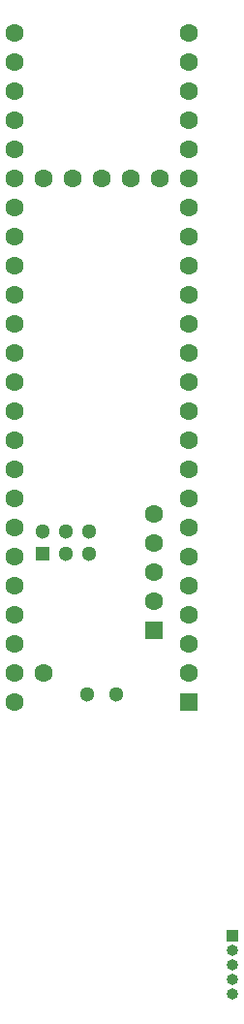
<source format=gbr>
%TF.GenerationSoftware,KiCad,Pcbnew,8.0.4*%
%TF.CreationDate,2024-11-18T10:24:52-08:00*%
%TF.ProjectId,Mother,4d6f7468-6572-42e6-9b69-6361645f7063,rev?*%
%TF.SameCoordinates,Original*%
%TF.FileFunction,Soldermask,Bot*%
%TF.FilePolarity,Negative*%
%FSLAX46Y46*%
G04 Gerber Fmt 4.6, Leading zero omitted, Abs format (unit mm)*
G04 Created by KiCad (PCBNEW 8.0.4) date 2024-11-18 10:24:52*
%MOMM*%
%LPD*%
G01*
G04 APERTURE LIST*
%ADD10R,1.000000X1.000000*%
%ADD11O,1.000000X1.000000*%
%ADD12R,1.600000X1.600000*%
%ADD13C,1.600000*%
%ADD14R,1.300000X1.300000*%
%ADD15C,1.300000*%
G04 APERTURE END LIST*
D10*
%TO.C,J1*%
X136525000Y-160020000D03*
D11*
X136525000Y-161290000D03*
X136525000Y-162560000D03*
X136525000Y-163830000D03*
X136525000Y-165100000D03*
%TD*%
D12*
%TO.C,U1*%
X132715000Y-139649200D03*
D13*
X132715000Y-137109200D03*
X132715000Y-134569200D03*
X132715000Y-132029200D03*
X132715000Y-129489200D03*
X132715000Y-126949200D03*
X132715000Y-124409200D03*
X132715000Y-121869200D03*
X132715000Y-119329200D03*
X132715000Y-116789200D03*
X132715000Y-114249200D03*
X132715000Y-111709200D03*
X132715000Y-109169200D03*
X132715000Y-106629200D03*
X132715000Y-104089200D03*
X132715000Y-101549200D03*
X132715000Y-99009200D03*
X132715000Y-96469200D03*
X132715000Y-93929200D03*
X132715000Y-91389200D03*
X132715000Y-88849200D03*
X132715000Y-86309200D03*
X132715000Y-83769200D03*
X132715000Y-81229200D03*
X117475000Y-81229200D03*
X117475000Y-83769200D03*
X117475000Y-86309200D03*
X117475000Y-88849200D03*
X117475000Y-91389200D03*
X117475000Y-93929200D03*
X117475000Y-96469200D03*
X117475000Y-99009200D03*
X117475000Y-101549200D03*
X117475000Y-104089200D03*
X117475000Y-106629200D03*
X117475000Y-109169200D03*
X117475000Y-111709200D03*
X117475000Y-114249200D03*
X117475000Y-116789200D03*
X117475000Y-119329200D03*
X117475000Y-121869200D03*
X117475000Y-124409200D03*
X117475000Y-126949200D03*
X117475000Y-129489200D03*
X117475000Y-132029200D03*
X117475000Y-134569200D03*
X117475000Y-137109200D03*
X117475000Y-139649200D03*
X120015000Y-137109200D03*
X130175000Y-93929200D03*
X127635000Y-93929200D03*
X125095000Y-93929200D03*
X122555000Y-93929200D03*
X120015000Y-93929200D03*
D12*
X129664200Y-133350000D03*
D13*
X129664200Y-130810000D03*
X129664200Y-128270000D03*
X129664200Y-125730000D03*
X129664200Y-123190000D03*
D14*
X119913400Y-126679200D03*
D15*
X121913400Y-126679200D03*
X123913400Y-126679200D03*
X123913400Y-124679200D03*
X121913400Y-124679200D03*
X119913400Y-124679200D03*
X123825000Y-138919200D03*
X126365000Y-138919200D03*
%TD*%
M02*

</source>
